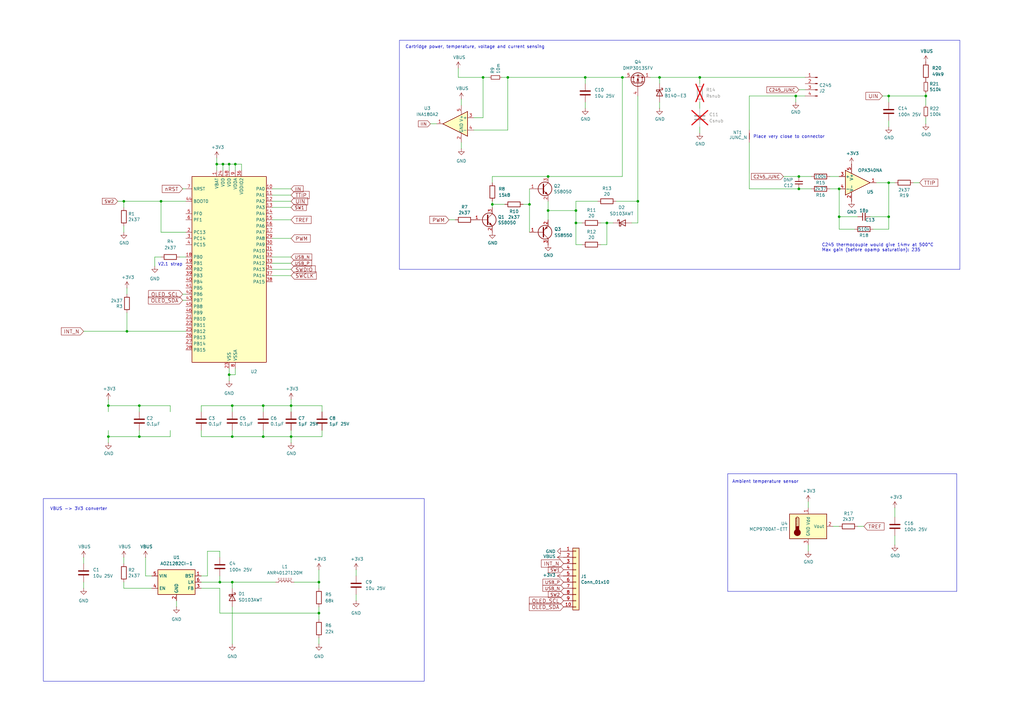
<source format=kicad_sch>
(kicad_sch (version 20250114) (generator "eeschema") (generator_version "9.0")
  (paper "A3")
  (lib_symbols
    (symbol "Amplifier_Current:INA180A2" (pin_names (offset 0.127))
      (property "Reference" "U" (at 3.81 3.81 0))
      (property "Value" "INA180A2" (at 3.81 -2.54 0))
      (symbol "INA180A2_1_1"
        (pin input line (at -7.62 2.54 0) (length 2.54) (name "+") (number "3"))
        (pin input line (at -7.62 -2.54 0) (length 2.54) (name "-") (number "4"))
        (pin power_in line (at -2.54 7.62 270) (length 3.81) (name "V+") (number "5"))
        (pin power_in line (at -2.54 -7.62 90) (length 3.81) (name "GND") (number "2"))
        (pin output line (at 7.62 0 180) (length 2.54) (name "~") (number "1"))
      )
    )
    (symbol "Amplifier_Operational:OPA340NA" (pin_names (offset 0.127))
      (property "Reference" "U" (at -1.27 6.35 0))
      (property "Value" "OPA340NA" (at -1.27 3.81 0))
      (symbol "OPA340NA_0_1"
        (pin power_in line (at -2.54 7.62 270) (length 3.81) (name "V+") (number "5"))
        (pin power_in line (at -2.54 -7.62 90) (length 3.81) (name "V-") (number "2"))
      )
      (symbol "OPA340NA_1_1"
        (pin input line (at -7.62 2.54 0) (length 2.54) (name "+") (number "3"))
        (pin input line (at -7.62 -2.54 0) (length 2.54) (name "-") (number "4"))
        (pin output line (at 7.62 0 180) (length 2.54) (name "~") (number "1"))
      )
    )
    (symbol "Connector:Conn_01x04_Male" (pin_names (offset 1.016) (hide yes))
      (property "Reference" "J" (at 0 5.08 0))
      (property "Value" "Connector_Conn_01x04_Male" (at 0 -7.62 0))
      (symbol "Conn_01x04_Male_1_1"
        (pin passive line (at 5.08 2.54 180) (length 3.81) (name "Pin_1") (number "1"))
        (pin passive line (at 5.08 0 180) (length 3.81) (name "Pin_2") (number "2"))
        (pin passive line (at 5.08 -2.54 180) (length 3.81) (name "Pin_3") (number "3"))
        (pin passive line (at 5.08 -5.08 180) (length 3.81) (name "Pin_4") (number "4"))
      )
    )
    (symbol "Connector_Generic:Conn_01x10" (pin_names (offset 1.016) (hide yes))
      (property "Reference" "J" (at 0 12.7 0))
      (property "Value" "Conn_01x10" (at 0 -15.24 0))
      (symbol "Conn_01x10_1_1"
        (pin passive line (at -5.08 10.16 0) (length 3.81) (name "Pin_1") (number "1"))
        (pin passive line (at -5.08 7.62 0) (length 3.81) (name "Pin_2") (number "2"))
        (pin passive line (at -5.08 5.08 0) (length 3.81) (name "Pin_3") (number "3"))
        (pin passive line (at -5.08 2.54 0) (length 3.81) (name "Pin_4") (number "4"))
        (pin passive line (at -5.08 0 0) (length 3.81) (name "Pin_5") (number "5"))
        (pin passive line (at -5.08 -2.54 0) (length 3.81) (name "Pin_6") (number "6"))
        (pin passive line (at -5.08 -5.08 0) (length 3.81) (name "Pin_7") (number "7"))
        (pin passive line (at -5.08 -7.62 0) (length 3.81) (name "Pin_8") (number "8"))
        (pin passive line (at -5.08 -10.16 0) (length 3.81) (name "Pin_9") (number "9"))
        (pin passive line (at -5.08 -12.7 0) (length 3.81) (name "Pin_10") (number "10"))
      )
    )
    (symbol "Device:C" (pin_numbers (hide yes)) (pin_names (offset 0.254))
      (property "Reference" "C" (at 0.635 2.54 0))
      (property "Value" "C" (at 0.635 -2.54 0))
      (symbol "C_1_1"
        (pin passive line (at 0 3.81 270) (length 2.794) (name "~") (number "1"))
        (pin passive line (at 0 -3.81 90) (length 2.794) (name "~") (number "2"))
      )
    )
    (symbol "Device:C_Small" (pin_numbers (hide yes)) (pin_names (offset 0.254) (hide yes))
      (property "Reference" "C" (at 0.254 1.778 0))
      (property "Value" "C_Small" (at 0.254 -2.032 0))
      (symbol "C_Small_1_1"
        (pin passive line (at 0 2.54 270) (length 2.032) (name "~") (number "1"))
        (pin passive line (at 0 -2.54 90) (length 2.032) (name "~") (number "2"))
      )
    )
    (symbol "Device:D_Schottky" (pin_numbers (hide yes)) (pin_names (offset 1.016) (hide yes))
      (property "Reference" "D" (at 0 2.54 0))
      (property "Value" "D_Schottky" (at 0 -2.54 0))
      (symbol "D_Schottky_1_1"
        (pin passive line (at -3.81 0 0) (length 2.54) (name "K") (number "1"))
        (pin passive line (at 3.81 0 180) (length 2.54) (name "A") (number "2"))
      )
    )
    (symbol "Device:L_Ferrite" (pin_numbers (hide yes)) (pin_names (offset 1.016) (hide yes))
      (property "Reference" "L" (at -1.27 0 90))
      (property "Value" "L_Ferrite" (at 2.794 0 90))
      (symbol "L_Ferrite_1_1"
        (pin passive line (at 0 3.81 270) (length 1.27) (name "1") (number "1"))
        (pin passive line (at 0 -3.81 90) (length 1.27) (name "2") (number "2"))
      )
    )
    (symbol "Device:Net-Tie_2" (pin_numbers (hide yes)) (pin_names (offset 0) (hide yes))
      (property "Reference" "NT" (at 0 1.27 0))
      (property "Value" "Device_Net-Tie_2" (at 0 -1.27 0))
      (symbol "Net-Tie_2_1_1"
        (pin passive line (at -2.54 0 0) (length 2.54) (name "1") (number "1"))
        (pin passive line (at 2.54 0 180) (length 2.54) (name "2") (number "2"))
      )
    )
    (symbol "Device:R" (pin_numbers (hide yes)) (pin_names (offset 0))
      (property "Reference" "R" (at 2.032 0 90))
      (property "Value" "R" (at 0 0 90))
      (symbol "R_1_1"
        (pin passive line (at 0 3.81 270) (length 1.27) (name "~") (number "1"))
        (pin passive line (at 0 -3.81 90) (length 1.27) (name "~") (number "2"))
      )
    )
    (symbol "Device:R_Small" (pin_numbers (hide yes)) (pin_names (offset 0.254) (hide yes))
      (property "Reference" "R" (at 0 0 90))
      (property "Value" "R_Small" (at 1.778 0 90))
      (symbol "R_Small_1_1"
        (pin passive line (at 0 2.54 270) (length 0.762) (name "~") (number "1"))
        (pin passive line (at 0 -2.54 90) (length 0.762) (name "~") (number "2"))
      )
    )
    (symbol "Diode:B140-E3" (pin_numbers (hide yes)) (pin_names (hide yes))
      (property "Reference" "D" (at 0 2.54 0))
      (property "Value" "B140-E3" (at 0 -2.54 0))
      (symbol "B140-E3_1_1"
        (pin passive line (at -3.81 0 0) (length 2.54) (name "K") (number "1"))
        (pin passive line (at 3.81 0 180) (length 2.54) (name "A") (number "2"))
      )
    )
    (symbol "MCU_ST_STM32F0:STM32F072C8Tx"
      (property "Reference" "U" (at -15.24 39.37 0))
      (property "Value" "STM32F072C8Tx" (at 7.62 39.37 0))
      (symbol "STM32F072C8Tx_1_1"
        (pin input line (at -17.78 33.02 0) (length 2.54) (name "NRST") (number "7"))
        (pin input line (at -17.78 27.94 0) (length 2.54) (name "BOOT0") (number "44"))
        (pin bidirectional line (at -17.78 22.86 0) (length 2.54) (name "PF0") (number "5"))
        (pin bidirectional line (at -17.78 20.32 0) (length 2.54) (name "PF1") (number "6"))
        (pin bidirectional line (at -17.78 15.24 0) (length 2.54) (name "PC13") (number "2"))
        (pin bidirectional line (at -17.78 12.7 0) (length 2.54) (name "PC14") (number "3"))
        (pin bidirectional line (at -17.78 10.16 0) (length 2.54) (name "PC15") (number "4"))
        (pin bidirectional line (at -17.78 5.08 0) (length 2.54) (name "PB0") (number "18"))
        (pin bidirectional line (at -17.78 2.54 0) (length 2.54) (name "PB1") (number "19"))
        (pin bidirectional line (at -17.78 0 0) (length 2.54) (name "PB2") (number "20"))
        (pin bidirectional line (at -17.78 -2.54 0) (length 2.54) (name "PB3") (number "39"))
        (pin bidirectional line (at -17.78 -5.08 0) (length 2.54) (name "PB4") (number "40"))
        (pin bidirectional line (at -17.78 -7.62 0) (length 2.54) (name "PB5") (number "41"))
        (pin bidirectional line (at -17.78 -10.16 0) (length 2.54) (name "PB6") (number "42"))
        (pin bidirectional line (at -17.78 -12.7 0) (length 2.54) (name "PB7") (number "43"))
        (pin bidirectional line (at -17.78 -15.24 0) (length 2.54) (name "PB8") (number "45"))
        (pin bidirectional line (at -17.78 -17.78 0) (length 2.54) (name "PB9") (number "46"))
        (pin bidirectional line (at -17.78 -20.32 0) (length 2.54) (name "PB10") (number "21"))
        (pin bidirectional line (at -17.78 -22.86 0) (length 2.54) (name "PB11") (number "22"))
        (pin bidirectional line (at -17.78 -25.4 0) (length 2.54) (name "PB12") (number "25"))
        (pin bidirectional line (at -17.78 -27.94 0) (length 2.54) (name "PB13") (number "26"))
        (pin bidirectional line (at -17.78 -30.48 0) (length 2.54) (name "PB14") (number "27"))
        (pin bidirectional line (at -17.78 -33.02 0) (length 2.54) (name "PB15") (number "28"))
        (pin power_in line (at -5.08 40.64 270) (length 2.54) (name "VBAT") (number "1"))
        (pin power_in line (at -2.54 40.64 270) (length 2.54) (name "VDD") (number "24"))
        (pin power_in line (at 0 40.64 270) (length 2.54) (name "VDD") (number "48"))
        (pin power_in line (at 0 -40.64 90) (length 2.54) (name "VSS") (number "23"))
        (pin passive line (at 0 -40.64 90) (length 2.54) (hide yes) (name "VSS") (number "35"))
        (pin passive line (at 0 -40.64 90) (length 2.54) (hide yes) (name "VSS") (number "47"))
        (pin power_in line (at 2.54 40.64 270) (length 2.54) (name "VDDA") (number "9"))
        (pin power_in line (at 2.54 -40.64 90) (length 2.54) (name "VSSA") (number "8"))
        (pin power_in line (at 5.08 40.64 270) (length 2.54) (name "VDDIO2") (number "36"))
        (pin bidirectional line (at 17.78 33.02 180) (length 2.54) (name "PA0") (number "10"))
        (pin bidirectional line (at 17.78 30.48 180) (length 2.54) (name "PA1") (number "11"))
        (pin bidirectional line (at 17.78 27.94 180) (length 2.54) (name "PA2") (number "12"))
        (pin bidirectional line (at 17.78 25.4 180) (length 2.54) (name "PA3") (number "13"))
        (pin bidirectional line (at 17.78 22.86 180) (length 2.54) (name "PA4") (number "14"))
        (pin bidirectional line (at 17.78 20.32 180) (length 2.54) (name "PA5") (number "15"))
        (pin bidirectional line (at 17.78 17.78 180) (length 2.54) (name "PA6") (number "16"))
        (pin bidirectional line (at 17.78 15.24 180) (length 2.54) (name "PA7") (number "17"))
        (pin bidirectional line (at 17.78 12.7 180) (length 2.54) (name "PA8") (number "29"))
        (pin bidirectional line (at 17.78 10.16 180) (length 2.54) (name "PA9") (number "30"))
        (pin bidirectional line (at 17.78 7.62 180) (length 2.54) (name "PA10") (number "31"))
        (pin bidirectional line (at 17.78 5.08 180) (length 2.54) (name "PA11") (number "32"))
        (pin bidirectional line (at 17.78 2.54 180) (length 2.54) (name "PA12") (number "33"))
        (pin bidirectional line (at 17.78 0 180) (length 2.54) (name "PA13") (number "34"))
        (pin bidirectional line (at 17.78 -2.54 180) (length 2.54) (name "PA14") (number "37"))
        (pin bidirectional line (at 17.78 -5.08 180) (length 2.54) (name "PA15") (number "38"))
      )
    )
    (symbol "Regulator_Switching:AOZ1282CI-1"
      (property "Reference" "U" (at -6.35 -6.35 0))
      (property "Value" "AOZ1282CI-1" (at -2.54 6.35 0))
      (symbol "AOZ1282CI-1_1_1"
        (pin power_in line (at -10.16 2.54 0) (length 2.54) (name "VIN") (number "5"))
        (pin input line (at -10.16 -2.54 0) (length 2.54) (name "EN") (number "4"))
        (pin power_in line (at 0 -7.62 90) (length 2.54) (name "GND") (number "2"))
        (pin input line (at 10.16 2.54 180) (length 2.54) (name "BST") (number "1"))
        (pin power_out line (at 10.16 0 180) (length 2.54) (name "LX") (number "6"))
        (pin input line (at 10.16 -2.54 180) (length 2.54) (name "FB") (number "3"))
      )
    )
    (symbol "Sensor_Temperature:MCP9700AT-ETT" (pin_names (offset 1.016))
      (property "Reference" "U" (at -6.35 6.35 0))
      (property "Value" "Sensor_Temperature_MCP9700AT-ETT" (at 1.27 6.35 0))
      (symbol "MCP9700AT-ETT_1_1"
        (pin power_in line (at 0 7.62 270) (length 2.54) (name "Vdd") (number "1"))
        (pin power_in line (at 0 -7.62 90) (length 2.54) (name "GND") (number "3"))
        (pin output line (at 10.16 0 180) (length 2.54) (name "Vout") (number "2"))
      )
    )
    (symbol "Transistor_BJT:MMBT3904" (pin_names (offset 0) (hide yes))
      (property "Reference" "Q" (at 5.08 1.905 0))
      (property "Value" "MMBT3904" (at 5.08 0 0))
      (symbol "MMBT3904_1_1"
        (pin input line (at -5.08 0 0) (length 2.54) (name "B") (number "1"))
        (pin passive line (at 2.54 5.08 270) (length 2.54) (name "C") (number "3"))
        (pin passive line (at 2.54 -5.08 90) (length 2.54) (name "E") (number "2"))
      )
    )
    (symbol "Transistor_BJT:SS8550" (pin_names (offset 0) (hide yes))
      (property "Reference" "Q" (at 5.08 1.905 0))
      (property "Value" "SS8550" (at 5.08 0 0))
      (symbol "SS8550_1_1"
        (pin input line (at -5.08 0 0) (length 2.54) (name "B") (number "1"))
        (pin passive line (at 2.54 5.08 270) (length 2.54) (name "C") (number "3"))
        (pin passive line (at 2.54 -5.08 90) (length 2.54) (name "E") (number "2"))
      )
    )
    (symbol "Transistor_FET:DMP3013SFV" (pin_names (hide yes))
      (property "Reference" "Q" (at 5.08 1.905 0))
      (property "Value" "DMP3013SFV" (at 5.08 0 0))
      (symbol "DMP3013SFV_1_1"
        (pin passive line (at -5.08 0 0) (length 2.54) (name "G") (number "4"))
        (pin passive line (at 2.54 5.08 270) (length 2.54) (name "D") (number "5"))
        (pin passive line (at 2.54 -5.08 90) (length 2.54) (name "S") (number "1"))
        (pin passive line (at 2.54 -5.08 90) (length 2.54) (hide yes) (name "S") (number "2"))
        (pin passive line (at 2.54 -5.08 90) (length 2.54) (hide yes) (name "S") (number "3"))
      )
    )
    (symbol "power:+3V3" (power) (pin_numbers (hide yes)) (pin_names (offset 0) (hide yes))
      (property "Value" "+3V3" (at 0 3.556 0))
      (symbol "+3V3_1_1"
        (pin power_in line (at 0 0 90) (length 0) (name "~") (number "1"))
      )
    )
    (symbol "power:GND" (power) (pin_numbers (hide yes)) (pin_names (offset 0) (hide yes))
      (property "Value" "GND" (at 0 -3.81 0))
      (symbol "GND_1_1"
        (pin power_in line (at 0 0 270) (length 0) (name "~") (number "1"))
      )
    )
    (symbol "power:VBUS" (power) (pin_numbers (hide yes)) (pin_names (offset 0) (hide yes))
      (property "Value" "VBUS" (at 0 3.556 0))
      (symbol "VBUS_1_1"
        (pin power_in line (at 0 0 90) (length 0) (name "~") (number "1"))
      )
    )
  )
  (rectangle (start 298.45 194.31) (end 392.43 242.57))
  (rectangle (start 17.78 204.47) (end 173.99 279.4))
  (rectangle (start 163.83 16.51) (end 393.7 110.49))
  (text "Place very close to connector" (at 323.596 56.134 0) (effects (font (size 1.27 1.27))))
  (text "Cartridge power, temperature, voltage and current sensing" (at 194.818 19.304 0) (effects (font (size 1.27 1.27))))
  (text "V2.1 strap" (at 69.85 108.458 0) (effects (font (size 1.27 1.27))))
  (text "VBUS -> 3V3 converter" (at 32.258 208.788 0) (effects (font (size 1.27 1.27))))
  (text "Ambient temperature sensor" (at 313.944 197.612 0) (effects (font (size 1.27 1.27))))
  (text "C245 thermocouple would give 14mv at 500°C\nMax gain (before opamp saturation): 235" (at 337.058 101.6 0) (effects (font (size 1.27 1.27)) (justify left)))
  (junction (at 224.79 86.36))
  (junction (at 119.38 179.07))
  (junction (at 130.81 238.76))
  (junction (at 261.62 82.55))
  (junction (at 107.95 166.37))
  (junction (at 44.45 166.37))
  (junction (at 255.27 31.75))
  (junction (at 236.22 91.44))
  (junction (at 201.93 83.82))
  (junction (at 107.95 179.07))
  (junction (at 95.25 238.76))
  (junction (at 198.12 31.75))
  (junction (at 57.15 166.37))
  (junction (at 50.8 82.55))
  (junction (at 327.66 77.47))
  (junction (at 95.25 166.37))
  (junction (at 88.9 67.31))
  (junction (at 224.79 72.39))
  (junction (at 379.73 39.37))
  (junction (at 327.66 72.39))
  (junction (at 90.17 238.76))
  (junction (at 344.17 77.47))
  (junction (at 344.17 88.9))
  (junction (at 248.92 91.44))
  (junction (at 119.38 166.37))
  (junction (at 364.49 88.9))
  (junction (at 52.07 135.89))
  (junction (at 364.49 74.93))
  (junction (at 217.17 83.82))
  (junction (at 93.98 67.31))
  (junction (at 236.22 86.36))
  (junction (at 44.45 179.07))
  (junction (at 66.04 82.55))
  (junction (at 130.81 251.46))
  (junction (at 93.98 153.67))
  (junction (at 270.51 31.75))
  (junction (at 208.28 31.75))
  (junction (at 57.15 179.07))
  (junction (at 240.03 31.75))
  (junction (at 95.25 179.07))
  (junction (at 326.39 39.37))
  (junction (at 96.52 67.31))
  (junction (at 91.44 67.31))
  (junction (at 287.02 31.75))
  (junction (at 364.49 39.37))
  (wire (pts (xy 270.51 31.75) (xy 287.02 31.75)))
  (wire (pts (xy 57.15 179.07) (xy 69.85 179.07)))
  (wire (pts (xy 255.27 31.75) (xy 255.27 72.39)))
  (wire (pts (xy 44.45 176.53) (xy 44.45 179.07)))
  (wire (pts (xy 130.81 233.68) (xy 130.81 238.76)))
  (wire (pts (xy 119.38 168.91) (xy 119.38 166.37)))
  (wire (pts (xy 88.9 67.31) (xy 91.44 67.31)))
  (wire (pts (xy 93.98 67.31) (xy 96.52 67.31)))
  (wire (pts (xy 85.09 236.22) (xy 82.55 236.22)))
  (wire (pts (xy 236.22 100.33) (xy 236.22 91.44)))
  (wire (pts (xy 132.08 168.91) (xy 132.08 166.37)))
  (wire (pts (xy 287.02 31.75) (xy 287.02 34.29)))
  (wire (pts (xy 261.62 91.44) (xy 261.62 82.55)))
  (wire (pts (xy 364.49 88.9) (xy 356.87 88.9)))
  (wire (pts (xy 194.31 53.34) (xy 208.28 53.34)))
  (wire (pts (xy 95.25 238.76) (xy 95.25 241.3)))
  (wire (pts (xy 132.08 179.07) (xy 119.38 179.07)))
  (wire (pts (xy 198.12 31.75) (xy 198.12 48.26)))
  (wire (pts (xy 344.17 88.9) (xy 344.17 77.47)))
  (wire (pts (xy 364.49 74.93) (xy 364.49 88.9)))
  (wire (pts (xy 107.95 166.37) (xy 107.95 168.91)))
  (wire (pts (xy 111.76 110.49) (xy 119.38 110.49)))
  (wire (pts (xy 72.39 246.38) (xy 72.39 248.92)))
  (wire (pts (xy 99.06 67.31) (xy 99.06 69.85)))
  (wire (pts (xy 344.17 93.98) (xy 344.17 88.9)))
  (wire (pts (xy 50.8 82.55) (xy 50.8 85.09)))
  (wire (pts (xy 59.69 236.22) (xy 59.69 228.6)))
  (wire (pts (xy 52.07 118.11) (xy 52.07 120.65)))
  (wire (pts (xy 82.55 238.76) (xy 90.17 238.76)))
  (wire (pts (xy 34.29 238.76) (xy 34.29 241.3)))
  (wire (pts (xy 96.52 151.13) (xy 96.52 153.67)))
  (wire (pts (xy 374.65 74.93) (xy 377.19 74.93)))
  (wire (pts (xy 187.96 27.94) (xy 187.96 31.75)))
  (wire (pts (xy 130.81 261.62) (xy 130.81 264.16)))
  (wire (pts (xy 354.33 215.9) (xy 351.79 215.9)))
  (wire (pts (xy 187.96 31.75) (xy 198.12 31.75)))
  (wire (pts (xy 63.5 105.41) (xy 63.5 109.22)))
  (wire (pts (xy 287.02 52.07) (xy 287.02 54.61)))
  (wire (pts (xy 246.38 91.44) (xy 248.92 91.44)))
  (wire (pts (xy 44.45 179.07) (xy 57.15 179.07)))
  (wire (pts (xy 248.92 100.33) (xy 248.92 91.44)))
  (wire (pts (xy 240.03 41.91) (xy 240.03 44.45)))
  (wire (pts (xy 326.39 39.37) (xy 330.2 39.37)))
  (wire (pts (xy 119.38 179.07) (xy 119.38 181.61)))
  (wire (pts (xy 189.23 58.42) (xy 189.23 60.96)))
  (wire (pts (xy 340.36 77.47) (xy 344.17 77.47)))
  (wire (pts (xy 364.49 88.9) (xy 364.49 93.98)))
  (wire (pts (xy 367.03 219.71) (xy 367.03 223.52)))
  (wire (pts (xy 261.62 39.37) (xy 261.62 82.55)))
  (wire (pts (xy 146.05 233.68) (xy 146.05 236.22)))
  (wire (pts (xy 130.81 248.92) (xy 130.81 251.46)))
  (wire (pts (xy 217.17 77.47) (xy 217.17 83.82)))
  (wire (pts (xy 379.73 43.18) (xy 379.73 39.37)))
  (wire (pts (xy 90.17 226.06) (xy 90.17 228.6)))
  (wire (pts (xy 364.49 93.98) (xy 358.14 93.98)))
  (wire (pts (xy 379.73 48.26) (xy 379.73 50.8)))
  (wire (pts (xy 74.93 123.19) (xy 76.2 123.19)))
  (wire (pts (xy 327.66 77.47) (xy 307.34 77.47)))
  (wire (pts (xy 252.73 82.55) (xy 261.62 82.55)))
  (wire (pts (xy 146.05 243.84) (xy 146.05 246.38)))
  (wire (pts (xy 270.51 41.91) (xy 270.51 44.45)))
  (wire (pts (xy 82.55 179.07) (xy 95.25 179.07)))
  (wire (pts (xy 76.2 135.89) (xy 52.07 135.89)))
  (wire (pts (xy 326.39 41.91) (xy 326.39 39.37)))
  (wire (pts (xy 93.98 151.13) (xy 93.98 153.67)))
  (wire (pts (xy 344.17 72.39) (xy 340.36 72.39)))
  (wire (pts (xy 287.02 41.91) (xy 287.02 44.45)))
  (wire (pts (xy 93.98 153.67) (xy 93.98 156.21)))
  (wire (pts (xy 62.23 241.3) (xy 50.8 241.3)))
  (wire (pts (xy 76.2 95.25) (xy 66.04 95.25)))
  (wire (pts (xy 201.93 72.39) (xy 224.79 72.39)))
  (wire (pts (xy 50.8 82.55) (xy 66.04 82.55)))
  (wire (pts (xy 52.07 128.27) (xy 52.07 135.89)))
  (wire (pts (xy 132.08 166.37) (xy 119.38 166.37)))
  (wire (pts (xy 238.76 91.44) (xy 236.22 91.44)))
  (wire (pts (xy 82.55 241.3) (xy 90.17 241.3)))
  (wire (pts (xy 367.03 212.09) (xy 367.03 208.28)))
  (wire (pts (xy 76.2 77.47) (xy 74.93 77.47)))
  (wire (pts (xy 321.31 72.39) (xy 327.66 72.39)))
  (wire (pts (xy 364.49 41.91) (xy 364.49 39.37)))
  (wire (pts (xy 364.49 74.93) (xy 359.41 74.93)))
  (wire (pts (xy 107.95 179.07) (xy 107.95 176.53)))
  (wire (pts (xy 287.02 31.75) (xy 330.2 31.75)))
  (wire (pts (xy 91.44 67.31) (xy 93.98 67.31)))
  (wire (pts (xy 90.17 241.3) (xy 90.17 251.46)))
  (wire (pts (xy 344.17 215.9) (xy 341.63 215.9)))
  (wire (pts (xy 201.93 82.55) (xy 201.93 83.82)))
  (wire (pts (xy 132.08 176.53) (xy 132.08 179.07)))
  (wire (pts (xy 95.25 179.07) (xy 107.95 179.07)))
  (wire (pts (xy 176.53 50.8) (xy 179.07 50.8)))
  (wire (pts (xy 198.12 31.75) (xy 200.66 31.75)))
  (wire (pts (xy 208.28 31.75) (xy 208.28 53.34)))
  (wire (pts (xy 119.38 90.17) (xy 111.76 90.17)))
  (wire (pts (xy 34.29 135.89) (xy 52.07 135.89)))
  (wire (pts (xy 332.74 72.39) (xy 327.66 72.39)))
  (wire (pts (xy 73.66 105.41) (xy 76.2 105.41)))
  (wire (pts (xy 82.55 166.37) (xy 82.55 168.91)))
  (wire (pts (xy 96.52 67.31) (xy 99.06 67.31)))
  (wire (pts (xy 85.09 236.22) (xy 85.09 226.06)))
  (wire (pts (xy 255.27 31.75) (xy 256.54 31.75)))
  (wire (pts (xy 66.04 95.25) (xy 66.04 82.55)))
  (wire (pts (xy 331.47 205.74) (xy 331.47 208.28)))
  (wire (pts (xy 327.66 77.47) (xy 332.74 77.47)))
  (wire (pts (xy 201.93 83.82) (xy 207.01 83.82)))
  (wire (pts (xy 88.9 64.77) (xy 88.9 67.31)))
  (wire (pts (xy 327.66 36.83) (xy 330.2 36.83)))
  (wire (pts (xy 120.65 238.76) (xy 130.81 238.76)))
  (wire (pts (xy 95.25 166.37) (xy 107.95 166.37)))
  (wire (pts (xy 270.51 31.75) (xy 270.51 34.29)))
  (wire (pts (xy 44.45 179.07) (xy 44.45 181.61)))
  (wire (pts (xy 331.47 223.52) (xy 331.47 226.06)))
  (wire (pts (xy 82.55 179.07) (xy 82.55 176.53)))
  (wire (pts (xy 130.81 251.46) (xy 130.81 254)))
  (wire (pts (xy 208.28 31.75) (xy 240.03 31.75)))
  (wire (pts (xy 76.2 120.65) (xy 74.93 120.65)))
  (wire (pts (xy 82.55 166.37) (xy 95.25 166.37)))
  (wire (pts (xy 184.15 90.17) (xy 186.69 90.17)))
  (wire (pts (xy 364.49 39.37) (xy 379.73 39.37)))
  (wire (pts (xy 307.34 39.37) (xy 326.39 39.37)))
  (wire (pts (xy 57.15 168.91) (xy 57.15 166.37)))
  (wire (pts (xy 130.81 238.76) (xy 130.81 241.3)))
  (wire (pts (xy 236.22 82.55) (xy 236.22 86.36)))
  (wire (pts (xy 90.17 251.46) (xy 130.81 251.46)))
  (wire (pts (xy 93.98 153.67) (xy 96.52 153.67)))
  (wire (pts (xy 245.11 82.55) (xy 236.22 82.55)))
  (wire (pts (xy 111.76 82.55) (xy 119.38 82.55)))
  (wire (pts (xy 201.93 74.93) (xy 201.93 72.39)))
  (wire (pts (xy 217.17 83.82) (xy 217.17 95.25)))
  (wire (pts (xy 266.7 31.75) (xy 270.51 31.75)))
  (wire (pts (xy 95.25 179.07) (xy 95.25 176.53)))
  (wire (pts (xy 364.49 39.37) (xy 361.95 39.37)))
  (wire (pts (xy 201.93 85.09) (xy 201.93 83.82)))
  (wire (pts (xy 119.38 97.79) (xy 111.76 97.79)))
  (wire (pts (xy 248.92 91.44) (xy 251.46 91.44)))
  (wire (pts (xy 224.79 86.36) (xy 224.79 82.55)))
  (wire (pts (xy 96.52 67.31) (xy 96.52 69.85)))
  (wire (pts (xy 88.9 67.31) (xy 88.9 69.85)))
  (wire (pts (xy 111.76 77.47) (xy 119.38 77.47)))
  (wire (pts (xy 224.79 72.39) (xy 255.27 72.39)))
  (wire (pts (xy 307.34 39.37) (xy 307.34 53.34)))
  (wire (pts (xy 90.17 238.76) (xy 90.17 236.22)))
  (wire (pts (xy 66.04 82.55) (xy 76.2 82.55)))
  (wire (pts (xy 351.79 88.9) (xy 344.17 88.9)))
  (wire (pts (xy 350.52 93.98) (xy 344.17 93.98)))
  (wire (pts (xy 240.03 31.75) (xy 255.27 31.75)))
  (wire (pts (xy 91.44 67.31) (xy 91.44 69.85)))
  (wire (pts (xy 69.85 179.07) (xy 69.85 176.53)))
  (wire (pts (xy 34.29 228.6) (xy 34.29 231.14)))
  (wire (pts (xy 240.03 31.75) (xy 240.03 34.29)))
  (wire (pts (xy 90.17 238.76) (xy 95.25 238.76)))
  (wire (pts (xy 111.76 80.01) (xy 119.38 80.01)))
  (wire (pts (xy 236.22 86.36) (xy 224.79 86.36)))
  (wire (pts (xy 214.63 83.82) (xy 217.17 83.82)))
  (wire (pts (xy 119.38 163.83) (xy 119.38 166.37)))
  (wire (pts (xy 57.15 179.07) (xy 57.15 176.53)))
  (wire (pts (xy 44.45 166.37) (xy 44.45 168.91)))
  (wire (pts (xy 111.76 107.95) (xy 119.38 107.95)))
  (wire (pts (xy 119.38 179.07) (xy 107.95 179.07)))
  (wire (pts (xy 119.38 166.37) (xy 107.95 166.37)))
  (wire (pts (xy 85.09 226.06) (xy 90.17 226.06)))
  (wire (pts (xy 69.85 166.37) (xy 69.85 168.91)))
  (wire (pts (xy 48.26 82.55) (xy 50.8 82.55)))
  (wire (pts (xy 367.03 74.93) (xy 364.49 74.93)))
  (wire (pts (xy 246.38 100.33) (xy 248.92 100.33)))
  (wire (pts (xy 205.74 31.75) (xy 208.28 31.75)))
  (wire (pts (xy 189.23 40.64) (xy 189.23 43.18)))
  (wire (pts (xy 57.15 166.37) (xy 69.85 166.37)))
  (wire (pts (xy 364.49 52.07) (xy 364.49 49.53)))
  (wire (pts (xy 194.31 48.26) (xy 198.12 48.26)))
  (wire (pts (xy 236.22 86.36) (xy 236.22 91.44)))
  (wire (pts (xy 224.79 90.17) (xy 224.79 86.36)))
  (wire (pts (xy 379.73 38.1) (xy 379.73 39.37)))
  (wire (pts (xy 50.8 241.3) (xy 50.8 238.76)))
  (wire (pts (xy 95.25 248.92) (xy 95.25 264.16)))
  (wire (pts (xy 259.08 91.44) (xy 261.62 91.44)))
  (wire (pts (xy 93.98 67.31) (xy 93.98 69.85)))
  (wire (pts (xy 44.45 166.37) (xy 57.15 166.37)))
  (wire (pts (xy 111.76 105.41) (xy 119.38 105.41)))
  (wire (pts (xy 95.25 238.76) (xy 113.03 238.76)))
  (wire (pts (xy 44.45 163.83) (xy 44.45 166.37)))
  (wire (pts (xy 66.04 105.41) (xy 63.5 105.41)))
  (wire (pts (xy 119.38 176.53) (xy 119.38 179.07)))
  (wire (pts (xy 50.8 228.6) (xy 50.8 231.14)))
  (wire (pts (xy 62.23 236.22) (xy 59.69 236.22)))
  (wire (pts (xy 50.8 92.71) (xy 50.8 95.25)))
  (wire (pts (xy 95.25 166.37) (xy 95.25 168.91)))
  (wire (pts (xy 119.38 85.09) (xy 111.76 85.09)))
  (wire (pts (xy 238.76 100.33) (xy 236.22 100.33)))
  (wire (pts (xy 307.34 77.47) (xy 307.34 58.42)))
  (wire (pts (xy 111.76 113.03) (xy 119.38 113.03)))
  (global_label "SW2" (shape input) (at 231.14 243.84 180) (property "Intersheetrefs" "${INTERSHEET_REFS}" (effects (hide yes))))
  (global_label "TTIP" (shape input) (at 119.38 80.01 0) (effects (font (size 1.524 1.524))) (property "Intersheetrefs" "${INTERSHEET_REFS}" (effects (hide yes))))
  (global_label "INT_N" (shape input) (at 231.14 231.14 180) (effects (font (size 1.524 1.524))) (property "Intersheetrefs" "${INTERSHEET_REFS}" (effects (hide yes))))
  (global_label "SWDIO" (shape input) (at 119.38 110.49 0) (effects (font (size 1.524 1.524))) (property "Intersheetrefs" "${INTERSHEET_REFS}" (effects (hide yes))))
  (global_label "OLED_SCL" (shape input) (at 74.93 120.65 180) (effects (font (size 1.524 1.524))) (property "Intersheetrefs" "${INTERSHEET_REFS}" (effects (hide yes))))
  (global_label "USB_N" (shape input) (at 119.38 105.41 0) (property "Intersheetrefs" "${INTERSHEET_REFS}" (effects (hide yes))))
  (global_label "SW1" (shape input) (at 231.14 233.68 180) (property "Intersheetrefs" "${INTERSHEET_REFS}" (effects (hide yes))))
  (global_label "SW2" (shape input) (at 48.26 82.55 180) (property "Intersheetrefs" "${INTERSHEET_REFS}" (effects (hide yes))))
  (global_label "UIN" (shape input) (at 361.95 39.37 180) (effects (font (size 1.524 1.524))) (property "Intersheetrefs" "${INTERSHEET_REFS}" (effects (hide yes))))
  (global_label "OLED_SDA" (shape input) (at 231.14 248.92 180) (effects (font (size 1.524 1.524))) (property "Intersheetrefs" "${INTERSHEET_REFS}" (effects (hide yes))))
  (global_label "USB_P" (shape input) (at 119.38 107.95 0) (property "Intersheetrefs" "${INTERSHEET_REFS}" (effects (hide yes))))
  (global_label "SWCLK" (shape input) (at 119.38 113.03 0) (effects (font (size 1.524 1.524))) (property "Intersheetrefs" "${INTERSHEET_REFS}" (effects (hide yes))))
  (global_label "TREF" (shape input) (at 354.33 215.9 0) (effects (font (size 1.524 1.524))) (property "Intersheetrefs" "${INTERSHEET_REFS}" (effects (hide yes))))
  (global_label "TREF" (shape input) (at 119.38 90.17 0) (effects (font (size 1.524 1.524))) (property "Intersheetrefs" "${INTERSHEET_REFS}" (effects (hide yes))))
  (global_label "UIN" (shape input) (at 119.38 82.55 0) (effects (font (size 1.524 1.524))) (property "Intersheetrefs" "${INTERSHEET_REFS}" (effects (hide yes))))
  (global_label "USB_N" (shape input) (at 231.14 241.3 180) (property "Intersheetrefs" "${INTERSHEET_REFS}" (effects (hide yes))))
  (global_label "INT_N" (shape input) (at 34.29 135.89 180) (effects (font (size 1.524 1.524))) (property "Intersheetrefs" "${INTERSHEET_REFS}" (effects (hide yes))))
  (global_label "PWM" (shape input) (at 184.15 90.17 180) (effects (font (size 1.524 1.524))) (property "Intersheetrefs" "${INTERSHEET_REFS}" (effects (hide yes))))
  (global_label "USB_P" (shape input) (at 231.14 238.76 180) (property "Intersheetrefs" "${INTERSHEET_REFS}" (effects (hide yes))))
  (global_label "SW1" (shape input) (at 119.38 85.09 0) (property "Intersheetrefs" "${INTERSHEET_REFS}" (effects (hide yes))))
  (global_label "OLED_SCL" (shape input) (at 231.14 246.38 180) (effects (font (size 1.524 1.524))) (property "Intersheetrefs" "${INTERSHEET_REFS}" (effects (hide yes))))
  (global_label "IIN" (shape input) (at 119.38 77.47 0) (property "Intersheetrefs" "${INTERSHEET_REFS}" (effects (hide yes))))
  (global_label "PWM" (shape input) (at 119.38 97.79 0) (effects (font (size 1.524 1.524))) (property "Intersheetrefs" "${INTERSHEET_REFS}" (effects (hide yes))))
  (global_label "OLED_SDA" (shape input) (at 74.93 123.19 180) (effects (font (size 1.524 1.524))) (property "Intersheetrefs" "${INTERSHEET_REFS}" (effects (hide yes))))
  (global_label "nRST" (shape input) (at 74.93 77.47 180) (effects (font (size 1.524 1.524))) (property "Intersheetrefs" "${INTERSHEET_REFS}" (effects (hide yes))))
  (global_label "IIN" (shape input) (at 176.53 50.8 180) (property "Intersheetrefs" "${INTERSHEET_REFS}" (effects (hide yes))))
  (global_label "C245_JUNC" (shape input) (at 327.66 36.83 180) (property "Intersheetrefs" "${INTERSHEET_REFS}" (effects (hide yes))))
  (global_label "C245_JUNC" (shape input) (at 321.31 72.39 180) (property "Intersheetrefs" "${INTERSHEET_REFS}" (effects (hide yes))))
  (global_label "TTIP" (shape input) (at 377.19 74.93 0) (effects (font (size 1.524 1.524))) (property "Intersheetrefs" "${INTERSHEET_REFS}" (effects (hide yes))))
  (symbol (lib_id "power:+3V3") (at 88.9 64.77 0) (unit 1)
    (property "Reference" "#PWR011" (effects (hide yes)))
    (property "Value" "+3V3" (at 89.281 60.3758 0))
  )
  (symbol (lib_id "power:+3V3") (at 44.45 163.83 0) (unit 1)
    (property "Reference" "#PWR03" (effects (hide yes)))
    (property "Value" "+3V3" (at 44.831 159.4358 0))
  )
  (symbol (lib_id "power:GND") (at 50.8 95.25 0) (unit 1)
    (property "Reference" "#PWR05" (effects (hide yes)))
    (property "Value" "GND" (at 50.927 99.6442 0))
  )
  (symbol (lib_id "power:GND") (at 44.45 181.61 0) (unit 1)
    (property "Reference" "#PWR04" (effects (hide yes)))
    (property "Value" "GND" (at 44.577 186.0042 0))
  )
  (symbol (lib_id "Device:R") (at 50.8 88.9 180) (unit 1)
    (property "Reference" "R1" (at 52.578 87.7316 0) (effects (justify right)))
    (property "Value" "2k37" (at 52.578 90.043 0) (effects (justify right)))
    (property "Footprint" "Resistor_SMD:R_0402_1005Metric" (effects (hide yes)))
  )
  (symbol (lib_id "Device:R") (at 52.07 124.46 180) (unit 1)
    (property "Reference" "R3" (at 50.3174 125.6284 0) (effects (justify left)))
    (property "Value" "2k37" (at 50.3174 123.317 0) (effects (justify left)))
    (property "Footprint" "Resistor_SMD:R_0402_1005Metric" (effects (hide yes)))
  )
  (symbol (lib_id "Device:C") (at 57.15 172.72 0) (unit 1)
    (property "Reference" "C2" (at 60.071 171.5516 0) (effects (justify left)))
    (property "Value" "0.1μF" (at 60.071 173.863 0) (effects (justify left)))
    (property "Footprint" "Capacitor_SMD:C_0402_1005Metric" (effects (hide yes)))
  )
  (symbol (lib_id "Device:C") (at 82.55 172.72 0) (mirror y) (unit 1)
    (property "Reference" "C3" (at 85.471 171.5516 0) (effects (justify right)))
    (property "Value" "0.1μF" (at 85.471 173.863 0) (effects (justify right)))
    (property "Footprint" "Capacitor_SMD:C_0402_1005Metric" (effects (hide yes)))
  )
  (symbol (lib_id "Device:C") (at 95.25 172.72 0) (unit 1)
    (property "Reference" "C5" (at 98.171 171.5516 0) (effects (justify left)))
    (property "Value" "0.1μF" (at 98.171 173.863 0) (effects (justify left)))
    (property "Footprint" "Capacitor_SMD:C_0402_1005Metric" (effects (hide yes)))
  )
  (symbol (lib_id "power:GND") (at 270.51 44.45 0) (unit 1)
    (property "Reference" "#PWR029" (effects (hide yes)))
    (property "Value" "GND" (at 270.637 48.8442 0))
  )
  (symbol (lib_id "power:GND") (at 201.93 95.25 0) (unit 1)
    (property "Reference" "#PWR023" (effects (hide yes)))
    (property "Value" "GND" (at 202.057 99.6442 0))
  )
  (symbol (lib_id "Device:R") (at 190.5 90.17 90) (mirror x) (unit 1)
    (property "Reference" "R7" (at 190.5 84.9122 90))
    (property "Value" "2k37" (at 190.5 87.2236 90))
    (property "Footprint" "Resistor_SMD:R_0402_1005Metric" (effects (hide yes)))
  )
  (symbol (lib_id "Transistor_BJT:MMBT3904") (at 199.39 90.17 0) (unit 1)
    (property "Reference" "Q1" (at 204.216 89.0016 0) (effects (justify left)))
    (property "Value" "SS8050" (at 204.216 91.313 0) (effects (justify left)))
    (property "Footprint" "Package_TO_SOT_SMD:SOT-23" (effects (hide yes)))
    (property "Datasheet" "https://www.fairchildsemi.com/datasheets/2N/2N3904.pdf" (effects (hide yes)))
  )
  (symbol (lib_id "Diode:B140-E3") (at 270.51 38.1 270) (unit 1)
    (property "Reference" "D3" (at 272.5166 36.9316 90) (effects (justify left)))
    (property "Value" "B140-E3" (at 272.5166 39.243 90) (effects (justify left)))
    (property "Footprint" "Diode_SMD:D_SOD-123F" (effects (hide yes)))
    (property "Datasheet" "http://www.vishay.com/docs/88946/b120.pdf" (effects (hide yes)))
  )
  (symbol (lib_id "Device:C") (at 107.95 172.72 0) (unit 1)
    (property "Reference" "C6" (at 110.871 171.5516 0) (effects (justify left)))
    (property "Value" "0.1μF" (at 110.871 173.863 0) (effects (justify left)))
    (property "Footprint" "Capacitor_SMD:C_0402_1005Metric" (effects (hide yes)))
  )
  (symbol (lib_id "Device:C") (at 132.08 172.72 0) (unit 1)
    (property "Reference" "C8" (at 135.001 171.5516 0) (effects (justify left)))
    (property "Value" "1μF 25V" (at 135.001 173.863 0) (effects (justify left)))
    (property "Footprint" "Capacitor_SMD:C_0603_1608Metric" (effects (hide yes)))
  )
  (symbol (lib_id "Device:R_Small") (at 379.73 45.72 0) (unit 1)
    (property "Reference" "R22" (at 381.2286 44.5516 0) (effects (justify left)))
    (property "Value" "100k" (at 381.2286 46.863 0) (effects (justify left)))
    (property "Footprint" "Resistor_SMD:R_0402_1005Metric" (effects (hide yes)))
  )
  (symbol (lib_id "power:GND") (at 379.73 50.8 0) (unit 1)
    (property "Reference" "#PWR040" (effects (hide yes)))
    (property "Value" "GND" (at 379.857 55.1942 0))
  )
  (symbol (lib_id "power:GND") (at 364.49 52.07 0) (unit 1)
    (property "Reference" "#PWR036" (effects (hide yes)))
    (property "Value" "GND" (at 364.617 56.4642 0))
  )
  (symbol (lib_id "Device:R_Small") (at 379.73 35.56 0) (unit 1)
    (property "Reference" "R21" (at 381.2286 34.3916 0) (effects (justify left)))
    (property "Value" "510k" (at 381.2286 36.703 0) (effects (justify left)))
    (property "Footprint" "Resistor_SMD:R_0402_1005Metric" (effects (hide yes)))
    (property "LCSC" "C11616" (effects (hide yes)))
  )
  (symbol (lib_id "power:VBUS") (at 379.73 25.4 0) (unit 1)
    (property "Reference" "#PWR039" (effects (hide yes)))
    (property "Value" "VBUS" (at 380.111 21.0058 0))
  )
  (symbol (lib_id "power:VBUS") (at 187.96 27.94 0) (unit 1)
    (property "Reference" "#PWR020" (effects (hide yes)))
    (property "Value" "VBUS" (at 188.341 23.5458 0))
  )
  (symbol (lib_id "Amplifier_Operational:OPA340NA") (at 351.79 74.93 0) (unit 1)
    (property "Reference" "U5" (at 356.87 78.74 0))
    (property "Value" "OPA340NA" (at 356.87 69.85 0))
    (property "Footprint" "Package_TO_SOT_SMD:SOT-23-5" (effects (hide yes)))
    (property "Datasheet" "http://www.ti.com/lit/ds/symlink/opa340.pdf" (effects (hide yes)))
  )
  (symbol (lib_id "power:GND") (at 349.25 82.55 0) (unit 1)
    (property "Reference" "#PWR035" (effects (hide yes)))
    (property "Value" "GND" (at 349.377 86.9442 0))
  )
  (symbol (lib_id "Device:R") (at 336.55 72.39 90) (unit 1)
    (property "Reference" "R15" (at 336.55 74.93 90))
    (property "Value" "100k" (at 336.55 72.39 90))
    (property "Footprint" "Resistor_SMD:R_0402_1005Metric" (effects (hide yes)))
  )
  (symbol (lib_id "Device:C_Small") (at 327.66 74.93 180) (unit 1)
    (property "Reference" "C12" (at 325.3232 76.0984 0) (effects (justify left)))
    (property "Value" "DNP" (at 325.3232 73.787 0) (effects (justify left)))
    (property "Footprint" "Capacitor_SMD:C_0402_1005Metric" (effects (hide yes)))
  )
  (symbol (lib_id "Device:R") (at 336.55 77.47 90) (unit 1)
    (property "Reference" "R16" (at 336.55 80.01 90))
    (property "Value" "2k37" (at 336.55 77.47 90))
    (property "Footprint" "Resistor_SMD:R_0402_1005Metric" (effects (hide yes)))
  )
  (symbol (lib_id "Device:R") (at 354.33 93.98 90) (unit 1)
    (property "Reference" "R18" (at 354.33 96.52 90))
    (property "Value" "510k" (at 354.33 93.98 90))
    (property "Footprint" "Resistor_SMD:R_0402_1005Metric" (effects (hide yes)))
    (property "LCSC" "C11616" (effects (hide yes)))
  )
  (symbol (lib_id "Device:C_Small") (at 354.33 88.9 90) (unit 1)
    (property "Reference" "C13" (at 356.87 90.17 90))
    (property "Value" "18p" (at 354.33 86.36 90))
    (property "Footprint" "Capacitor_SMD:C_0402_1005Metric" (effects (hide yes)))
  )
  (symbol (lib_id "Device:R") (at 370.84 74.93 90) (unit 1)
    (property "Reference" "R19" (at 370.84 80.1878 90))
    (property "Value" "2k37" (at 370.84 77.8764 90))
    (property "Footprint" "Resistor_SMD:R_0402_1005Metric" (effects (hide yes)))
  )
  (symbol (lib_id "power:+3V3") (at 349.25 67.31 0) (unit 1)
    (property "Reference" "#PWR034" (effects (hide yes)))
    (property "Value" "+3V3" (at 349.631 62.9158 0))
  )
  (symbol (lib_id "Sensor_Temperature:MCP9700AT-ETT") (at 331.47 215.9 0) (unit 1)
    (property "Reference" "U4" (at 323.088 214.7316 0) (effects (justify right)))
    (property "Value" "MCP9700AT-ETT" (at 323.088 217.043 0) (effects (justify right)))
    (property "Footprint" "Package_TO_SOT_SMD:SOT-23" (effects (hide yes)))
    (property "Datasheet" "http://ww1.microchip.com/downloads/en/DeviceDoc/21942e.pdf" (effects (hide yes)))
  )
  (symbol (lib_id "power:+3V3") (at 367.03 208.28 0) (unit 1)
    (property "Reference" "#PWR037" (effects (hide yes)))
    (property "Value" "+3V3" (at 367.411 203.8858 0))
  )
  (symbol (lib_id "power:GND") (at 367.03 223.52 0) (unit 1)
    (property "Reference" "#PWR038" (effects (hide yes)))
    (property "Value" "GND" (at 367.157 227.9142 0))
  )
  (symbol (lib_id "Device:R") (at 347.98 215.9 270) (unit 1)
    (property "Reference" "R17" (at 347.98 210.6422 90))
    (property "Value" "2k37" (at 347.98 212.9536 90))
    (property "Footprint" "Resistor_SMD:R_0402_1005Metric" (effects (hide yes)))
  )
  (symbol (lib_id "Device:R") (at 248.92 82.55 90) (mirror x) (unit 1)
    (property "Reference" "R13" (at 248.92 77.2922 90))
    (property "Value" "20" (at 248.92 79.6036 90))
    (property "Footprint" "Resistor_SMD:R_0402_1005Metric" (effects (hide yes)))
  )
  (symbol (lib_id "Device:R_Small") (at 203.2 31.75 90) (unit 1)
    (property "Reference" "R9" (at 202.0316 30.2514 0) (effects (justify left)))
    (property "Value" "10m" (at 204.343 30.2514 0) (effects (justify left)))
    (property "Footprint" "Resistor_SMD:R_0805_2012Metric" (effects (hide yes)))
    (property "LCSC" "C270927" (effects (hide yes)))
  )
  (symbol (lib_id "MCU_ST_STM32F0:STM32F072C8Tx") (at 93.98 110.49 0) (unit 1)
    (property "Reference" "U2" (at 104.14 152.4 0))
    (property "Value" "STM32F072C8Tx" (effects (hide yes)))
    (property "Footprint" "Package_QFP:LQFP-48_7x7mm_P0.5mm" (effects (hide yes)))
    (property "Datasheet" "http://www.st.com/st-web-ui/static/active/en/resource/technical/document/datasheet/DM00090510.pdf" (effects (hide yes)))
  )
  (symbol (lib_id "Device:Net-Tie_2") (at 307.34 55.88 90) (unit 1)
    (property "Reference" "NT1" (at 302.514 54.356 90))
    (property "Value" "JUNC_N" (at 302.768 56.388 90))
    (property "Footprint" "NetTie:NetTie-2_SMD_Pad0.5mm" (effects (hide yes)))
  )
  (symbol (lib_id "power:GND") (at 326.39 41.91 0) (unit 1)
    (property "Reference" "#PWR031" (effects (hide yes)))
    (property "Value" "GND" (at 328.422 45.974 0) (effects (justify right)))
  )
  (symbol (lib_id "Device:C") (at 119.38 172.72 0) (unit 1)
    (property "Reference" "C7" (at 122.301 171.5516 0) (effects (justify left)))
    (property "Value" "1μF 25V" (at 122.301 173.863 0) (effects (justify left)))
    (property "Footprint" "Capacitor_SMD:C_0603_1608Metric" (effects (hide yes)))
  )
  (symbol (lib_id "Connector:Conn_01x04_Male") (at 335.28 34.29 0) (mirror y) (unit 1)
    (property "Reference" "J2" (at 335.9912 37.2872 0) (effects (justify right)))
    (property "Value" "C245" (at 335.9912 34.9758 0) (effects (justify right)))
    (property "Footprint" "Connector_PinHeader_2.54mm:PinHeader_1x04_P2.54mm_Horizontal" (effects (hide yes)))
  )
  (symbol (lib_id "Connector_Generic:Conn_01x10") (at 236.22 236.22 0) (unit 1)
    (property "Reference" "J1" (at 238.252 236.4232 0) (effects (justify left)))
    (property "Value" "Conn_01x10" (at 238.252 238.7346 0) (effects (justify left)))
    (property "Footprint" "Connector_PinHeader_2.00mm:PinHeader_1x10_P2.00mm_Horizontal" (effects (hide yes)))
  )
  (symbol (lib_id "Transistor_BJT:MMBT3904") (at 222.25 77.47 0) (unit 1)
    (property "Reference" "Q2" (at 227.1014 76.3016 0) (effects (justify left)))
    (property "Value" "SS8050" (at 227.1014 78.613 0) (effects (justify left)))
    (property "Footprint" "Package_TO_SOT_SMD:SOT-23" (effects (hide yes)))
    (property "Datasheet" "https://www.fairchildsemi.com/datasheets/2N/2N3904.pdf" (effects (hide yes)))
  )
  (symbol (lib_id "Device:R") (at 210.82 83.82 90) (unit 1)
    (property "Reference" "R10" (at 210.82 86.741 90))
    (property "Value" "2k37" (at 210.82 89.0524 90))
    (property "Footprint" "Resistor_SMD:R_0402_1005Metric" (effects (hide yes)))
  )
  (symbol (lib_id "power:GND") (at 231.14 226.06 270) (unit 1)
    (property "Reference" "#PWR025" (effects (hide yes)))
    (property "Value" "GND" (at 227.8888 226.187 90) (effects (justify right)))
  )
  (symbol (lib_id "power:VBUS") (at 231.14 228.6 90) (unit 1)
    (property "Reference" "#PWR026" (effects (hide yes)))
    (property "Value" "VBUS" (at 227.9142 228.219 90) (effects (justify left)))
  )
  (symbol (lib_id "power:+3V3") (at 231.14 236.22 90) (unit 1)
    (property "Reference" "#PWR027" (effects (hide yes)))
    (property "Value" "+3V3" (at 227.8888 235.839 90) (effects (justify left)))
  )
  (symbol (lib_id "power:GND") (at 224.79 100.33 0) (unit 1)
    (property "Reference" "#PWR024" (effects (hide yes)))
    (property "Value" "GND" (at 224.917 104.7242 0))
  )
  (symbol (lib_id "power:+3V3") (at 52.07 118.11 0) (unit 1)
    (property "Reference" "#PWR07" (effects (hide yes)))
    (property "Value" "+3V3" (at 52.451 113.7158 0))
  )
  (symbol (lib_id "Device:R") (at 242.57 100.33 90) (mirror x) (unit 1)
    (property "Reference" "R12" (at 242.57 95.0722 90))
    (property "Value" "20" (at 242.57 97.3836 90))
    (property "Footprint" "Resistor_SMD:R_0402_1005Metric" (effects (hide yes)))
  )
  (symbol (lib_id "power:+3V3") (at 119.38 163.83 0) (unit 1)
    (property "Reference" "#PWR014" (effects (hide yes)))
    (property "Value" "+3V3" (at 119.761 159.4358 0))
  )
  (symbol (lib_id "power:+3V3") (at 146.05 233.68 0) (unit 1)
    (property "Reference" "#PWR018" (effects (hide yes)))
    (property "Value" "+3V3" (at 146.431 229.2858 0))
  )
  (symbol (lib_id "Device:R") (at 50.8 234.95 180) (unit 1)
    (property "Reference" "R2" (at 52.578 233.7816 0) (effects (justify right)))
    (property "Value" "2k37" (at 52.578 236.093 0) (effects (justify right)))
    (property "Footprint" "Resistor_SMD:R_0402_1005Metric" (effects (hide yes)))
  )
  (symbol (lib_id "Device:R") (at 242.57 91.44 90) (mirror x) (unit 1)
    (property "Reference" "R11" (at 242.57 86.1822 90))
    (property "Value" "20" (at 242.57 88.4936 90))
    (property "Footprint" "Resistor_SMD:R_0402_1005Metric" (effects (hide yes)))
  )
  (symbol (lib_id "power:GND") (at 95.25 264.16 0) (unit 1)
    (property "Reference" "#PWR013" (effects (hide yes)))
    (property "Value" "GND" (at 95.25 269.24 0))
    (property "Description" "Power symbol creates a global label with name \"GND\" , ground" (effects (hide yes)))
  )
  (symbol (lib_id "Device:D_Schottky") (at 255.27 91.44 0) (unit 1)
    (property "Reference" "D2" (at 254.9525 85.09 0))
    (property "Value" "SD103AWT" (at 254.9525 87.63 0))
    (property "Footprint" "Diode_SMD:D_SOD-523" (effects (hide yes)))
    (property "Description" "Schottky diode" (effects (hide yes)))
    (property "LCSC" "C22466357" (effects (hide yes)))
  )
  (symbol (lib_id "power:GND") (at 119.38 181.61 0) (unit 1)
    (property "Reference" "#PWR015" (effects (hide yes)))
    (property "Value" "GND" (at 119.507 186.0042 0))
  )
  (symbol (lib_id "power:VBUS") (at 59.69 228.6 0) (unit 1)
    (property "Reference" "#PWR08" (effects (hide yes)))
    (property "Value" "VBUS" (at 60.071 224.2058 0))
  )
  (symbol (lib_id "Device:R") (at 287.02 38.1 0) (unit 1) (dnp yes)
    (property "Reference" "R14" (at 289.56 36.8299 0) (effects (justify left)))
    (property "Value" "Rsnub" (at 289.56 39.3699 0) (effects (justify left)))
    (property "Footprint" "Resistor_SMD:R_0402_1005Metric" (effects (hide yes)))
    (property "Description" "Resistor" (effects (hide yes)))
  )
  (symbol (lib_id "Transistor_FET:DMP3013SFV") (at 261.62 34.29 90) (unit 1)
    (property "Reference" "Q4" (at 261.62 25.4 90))
    (property "Value" "DMP3013SFV" (at 261.62 27.94 90))
    (property "Footprint" "Package_SON:Diodes_PowerDI3333-8" (effects (hide yes)))
    (property "Datasheet" "https://www.diodes.com/assets/Datasheets/DMP3013SFV.pdf" (effects (hide yes)))
    (property "Description" "-12A Id, -30V Vds, P-Channel Power MOSFET, 9.5mOhm Ron, 33.7nC Qg (typ), PowerDI3333-8" (effects (hide yes)))
    (property "LCSC" "C264098" (effects (hide yes)))
  )
  (symbol (lib_id "Amplifier_Current:INA180A2") (at 186.69 50.8 0) (mirror y) (unit 1)
    (property "Reference" "U3" (at 175.26 44.3798 0))
    (property "Value" "INA180A2" (at 175.26 46.9198 0))
    (property "Footprint" "Package_TO_SOT_SMD:SOT-23-5" (effects (hide yes)))
    (property "Datasheet" "http://www.ti.com/lit/ds/symlink/ina180.pdf" (effects (hide yes)))
    (property "Description" "Current Sense Amplifier, 1 Circuit, Rail-to-Rail, 26V, Gain 50 V/V, SOT-23-5" (effects (hide yes)))
  )
  (symbol (lib_id "power:GND") (at 189.23 60.96 0) (unit 1)
    (property "Reference" "#PWR022" (effects (hide yes)))
    (property "Value" "GND" (at 189.23 66.04 0))
    (property "Description" "Power symbol creates a global label with name \"GND\" , ground" (effects (hide yes)))
  )
  (symbol (lib_id "Device:R") (at 379.73 29.21 0) (unit 1)
    (property "Reference" "R20" (at 382.27 27.9399 0) (effects (justify left)))
    (property "Value" "49k9" (at 382.27 30.4799 0) (effects (justify left)))
    (property "Footprint" "Resistor_SMD:R_0402_1005Metric" (effects (hide yes)))
    (property "Description" "Resistor" (effects (hide yes)))
    (property "LCSC" "C137969" (effects (hide yes)))
  )
  (symbol (lib_id "power:+3V3") (at 331.47 205.74 0) (unit 1)
    (property "Reference" "#PWR032" (effects (hide yes)))
    (property "Value" "+3V3" (at 331.851 201.3458 0))
  )
  (symbol (lib_id "Device:R") (at 201.93 78.74 0) (unit 1)
    (property "Reference" "R8" (at 204.47 77.4699 0) (effects (justify left)))
    (property "Value" "15k8" (at 204.47 80.0099 0) (effects (justify left)))
    (property "Footprint" "Resistor_SMD:R_0402_1005Metric" (effects (hide yes)))
    (property "Description" "Resistor" (effects (hide yes)))
    (property "LCSC" "C852544" (effects (hide yes)))
  )
  (symbol (lib_id "Device:R") (at 130.81 257.81 0) (unit 1)
    (property "Reference" "R6" (at 133.35 256.5399 0) (effects (justify left)))
    (property "Value" "22k" (at 133.35 259.0799 0) (effects (justify left)))
    (property "Footprint" "Resistor_SMD:R_0402_1005Metric" (effects (hide yes)))
    (property "Description" "Resistor" (effects (hide yes)))
    (property "LCSC" "C852544" (effects (hide yes)))
  )
  (symbol (lib_id "power:+3V3") (at 130.81 233.68 0) (unit 1)
    (property "Reference" "#PWR016" (effects (hide yes)))
    (property "Value" "+3V3" (at 131.191 229.2858 0))
  )
  (symbol (lib_id "power:GND") (at 240.03 44.45 0) (unit 1)
    (property "Reference" "#PWR028" (effects (hide yes)))
    (property "Value" "GND" (at 240.157 48.8442 0))
  )
  (symbol (lib_id "power:VBUS") (at 50.8 228.6 0) (unit 1)
    (property "Reference" "#PWR06" (effects (hide yes)))
    (property "Value" "VBUS" (at 51.181 224.2058 0))
  )
  (symbol (lib_id "Device:R") (at 69.85 105.41 90) (unit 1)
    (property "Reference" "R4" (at 69.85 99.06 90))
    (property "Value" "2k37" (at 69.85 101.6 90))
    (property "Footprint" "Resistor_SMD:R_0402_1005Metric" (effects (hide yes)))
    (property "Description" "Resistor" (effects (hide yes)))
  )
  (symbol (lib_id "Device:C") (at 367.03 215.9 0) (unit 1)
    (property "Reference" "C16" (at 370.84 214.6299 0) (effects (justify left)))
    (property "Value" "100n 25V" (at 370.84 217.1699 0) (effects (justify left)))
    (property "Footprint" "Capacitor_SMD:C_0402_1005Metric" (effects (hide yes)))
    (property "Description" "Unpolarized capacitor" (effects (hide yes)))
    (property "LCSC" "C100072" (effects (hide yes)))
  )
  (symbol (lib_id "Device:C") (at 240.03 38.1 0) (unit 1)
    (property "Reference" "C10" (at 243.84 36.8299 0) (effects (justify left)))
    (property "Value" "10u 25V" (at 243.84 39.3699 0) (effects (justify left)))
    (property "Footprint" "Capacitor_SMD:C_0603_1608Metric" (effects (hide yes)))
    (property "Description" "Unpolarized capacitor" (effects (hide yes)))
    (property "LCSC" "C96446" (effects (hide yes)))
  )
  (symbol (lib_id "Device:C") (at 364.49 45.72 0) (unit 1)
    (property "Reference" "C14" (at 368.3 44.4499 0) (effects (justify left)))
    (property "Value" "100n 25V" (at 368.3 46.9899 0) (effects (justify left)))
    (property "Footprint" "Capacitor_SMD:C_0402_1005Metric" (effects (hide yes)))
    (property "Description" "Unpolarized capacitor" (effects (hide yes)))
    (property "LCSC" "C100072" (effects (hide yes)))
  )
  (symbol (lib_id "power:GND") (at 146.05 246.38 0) (unit 1)
    (property "Reference" "#PWR019" (effects (hide yes)))
    (property "Value" "GND" (at 146.05 251.46 0))
    (property "Description" "Power symbol creates a global label with name \"GND\" , ground" (effects (hide yes)))
  )
  (symbol (lib_id "Device:D_Schottky") (at 95.25 245.11 270) (unit 1)
    (property "Reference" "D1" (at 97.79 243.5224 90) (effects (justify left)))
    (property "Value" "SD103AWT" (at 97.79 246.0624 90) (effects (justify left)))
    (property "Footprint" "Diode_SMD:D_SOD-523" (effects (hide yes)))
    (property "Description" "Schottky diode" (effects (hide yes)))
    (property "LCSC" "C22466357" (effects (hide yes)))
  )
  (symbol (lib_id "Device:C") (at 90.17 232.41 0) (unit 1)
    (property "Reference" "C4" (at 93.98 231.1399 0) (effects (justify left)))
    (property "Value" "100n 25V" (at 93.98 233.6799 0) (effects (justify left)))
    (property "Footprint" "Capacitor_SMD:C_0402_1005Metric" (effects (hide yes)))
    (property "Description" "Unpolarized capacitor" (effects (hide yes)))
    (property "LCSC" "C100072" (effects (hide yes)))
  )
  (symbol (lib_id "power:GND") (at 93.98 156.21 0) (unit 1)
    (property "Reference" "#PWR012" (effects (hide yes)))
    (property "Value" "GND" (at 93.98 161.29 0))
    (property "Description" "Power symbol creates a global label with name \"GND\" , ground" (effects (hide yes)))
  )
  (symbol (lib_id "power:GND") (at 287.02 54.61 0) (unit 1)
    (property "Reference" "#PWR030" (effects (hide yes)))
    (property "Value" "GND" (at 287.147 59.0042 0))
  )
  (symbol (lib_id "power:VBUS") (at 189.23 40.64 0) (unit 1)
    (property "Reference" "#PWR021" (effects (hide yes)))
    (property "Value" "VBUS" (at 189.611 36.2458 0))
  )
  (symbol (lib_id "Regulator_Switching:AOZ1282CI-1") (at 72.39 238.76 0) (unit 1)
    (property "Reference" "U1" (at 72.39 228.6 0))
    (property "Value" "AOZ1282CI-1" (at 72.39 231.14 0))
    (property "Footprint" "Package_TO_SOT_SMD:SOT-23-6" (effects (hide yes)))
    (property "Datasheet" "http://www.aosmd.com/res/data_sheets/AOZ1282CI-1.pdf" (effects (hide yes)))
    (property "Description" "600 mA Simple Buck Regulator, 4.5-36V input, 1MHz" (effects (hide yes)))
    (property "LCSC" "C2070766" (effects (hide yes)))
  )
  (symbol (lib_id "power:GND") (at 72.39 248.92 0) (unit 1)
    (property "Reference" "#PWR010" (effects (hide yes)))
    (property "Value" "GND" (at 72.39 254 0))
    (property "Description" "Power symbol creates a global label with name \"GND\" , ground" (effects (hide yes)))
  )
  (symbol (lib_id "power:GND") (at 34.29 241.3 0) (unit 1)
    (property "Reference" "#PWR02" (effects (hide yes)))
    (property "Value" "GND" (at 34.29 246.38 0))
    (property "Description" "Power symbol creates a global label with name \"GND\" , ground" (effects (hide yes)))
  )
  (symbol (lib_id "power:GND") (at 130.81 264.16 0) (unit 1)
    (property "Reference" "#PWR017" (effects (hide yes)))
    (property "Value" "GND" (at 130.81 269.24 0))
    (property "Description" "Power symbol creates a global label with name \"GND\" , ground" (effects (hide yes)))
  )
  (symbol (lib_id "power:VBUS") (at 34.29 228.6 0) (unit 1)
    (property "Reference" "#PWR01" (effects (hide yes)))
    (property "Value" "VBUS" (at 34.671 224.2058 0))
  )
  (symbol (lib_id "Transistor_BJT:SS8550") (at 222.25 95.25 0) (mirror x) (unit 1)
    (property "Reference" "Q3" (at 227.33 93.9799 0) (effects (justify left)))
    (property "Value" "SS8550" (at 227.33 96.5199 0) (effects (justify left)))
    (property "Footprint" "Package_TO_SOT_SMD:SOT-23" (effects (hide yes)))
    (property "Datasheet" "http://www.secosgmbh.com/datasheet/products/SSMPTransistor/SOT-23/SS8550.pdf" (effects (hide yes)))
    (property "Description" "General Purpose PNP Transistor, 1.5A Ic, 25V Vce, SOT-23" (effects (hide yes)))
  )
  (symbol (lib_id "power:GND") (at 331.47 226.06 0) (unit 1)
    (property "Reference" "#PWR033" (effects (hide yes)))
    (property "Value" "GND" (at 331.597 230.4542 0))
  )
  (symbol (lib_id "power:GND") (at 63.5 109.22 0) (unit 1)
    (property "Reference" "#PWR09" (effects (hide yes)))
    (property "Value" "GND" (at 63.5 114.3 0))
    (property "Description" "Power symbol creates a global label with name \"GND\" , ground" (effects (hide yes)))
  )
  (symbol (lib_id "Device:C") (at 34.29 234.95 0) (unit 1)
    (property "Reference" "C1" (at 38.1 233.6799 0) (effects (justify left)))
    (property "Value" "10u 25V" (at 38.1 236.2199 0) (effects (justify left)))
    (property "Footprint" "Capacitor_SMD:C_0603_1608Metric" (effects (hide yes)))
    (property "Description" "Unpolarized capacitor" (effects (hide yes)))
    (property "LCSC" "C96446" (effects (hide yes)))
  )
  (symbol (lib_id "Device:C") (at 146.05 240.03 0) (unit 1)
    (property "Reference" "C9" (at 149.86 238.7599 0) (effects (justify left)))
    (property "Value" "10u 25V" (at 149.86 241.2999 0) (effects (justify left)))
    (property "Footprint" "Capacitor_SMD:C_0603_1608Metric" (effects (hide yes)))
    (property "Description" "Unpolarized capacitor" (effects (hide yes)))
    (property "LCSC" "C96446" (effects (hide yes)))
  )
  (symbol (lib_id "Device:L_Ferrite") (at 116.84 238.76 90) (unit 1)
    (property "Reference" "L1" (at 116.84 232.41 90))
    (property "Value" "ANR4012T120M" (at 116.84 234.95 90))
    (property "Footprint" "Inductor_SMD:L_APV_ANR4012" (effects (hide yes)))
    (property "Description" "Inductor with ferrite core" (effects (hide yes)))
    (property "LCSC" "C6808080" (effects (hide yes)))
  )
  (symbol (lib_id "Device:C") (at 287.02 48.26 0) (unit 1) (dnp yes)
    (property "Reference" "C11" (at 290.83 46.9899 0) (effects (justify left)))
    (property "Value" "Csnub" (at 290.83 49.5299 0) (effects (justify left)))
    (property "Footprint" "Capacitor_SMD:C_0603_1608Metric" (effects (hide yes)))
    (property "Description" "Unpolarized capacitor" (effects (hide yes)))
  )
  (symbol (lib_id "Device:R") (at 130.81 245.11 0) (unit 1)
    (property "Reference" "R5" (at 133.35 243.8399 0) (effects (justify left)))
    (property "Value" "68k" (at 133.35 246.3799 0) (effects (justify left)))
    (property "Footprint" "Resistor_SMD:R_0402_1005Metric" (effects (hide yes)))
    (property "Description" "Resistor" (effects (hide yes)))
    (property "LCSC" "C137969" (effects (hide yes)))
  )
)
</source>
